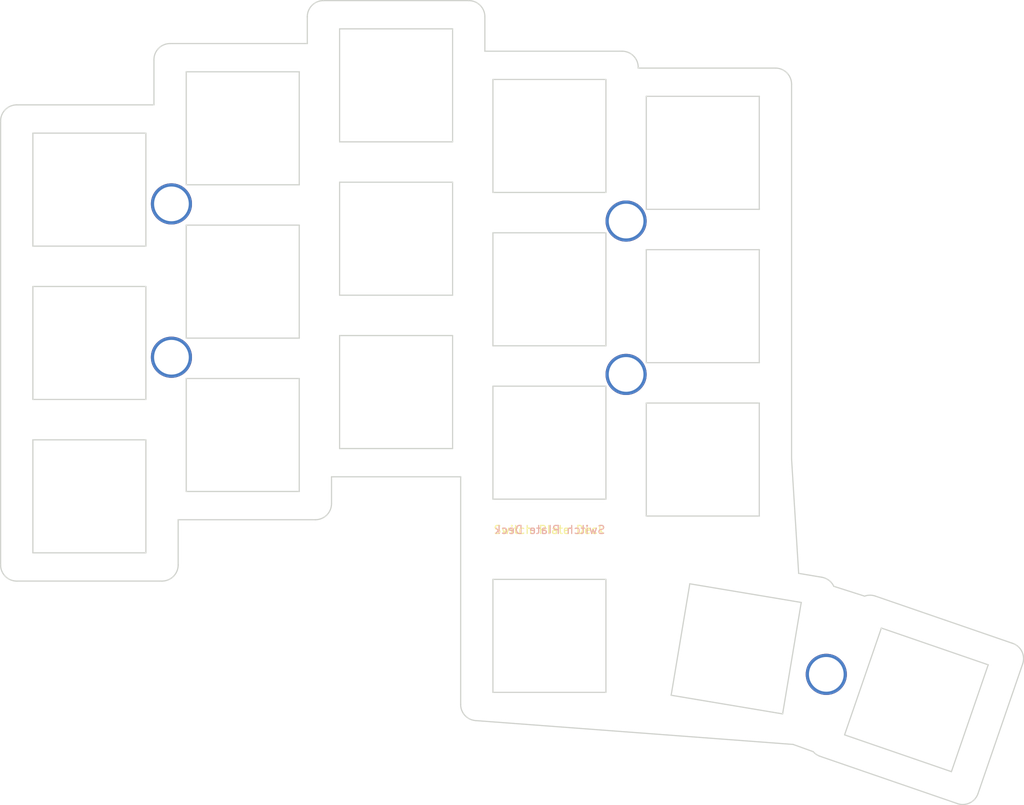
<source format=kicad_pcb>


(kicad_pcb (version 20171130) (host pcbnew 5.1.6)

  (page A3)
  (title_block
    (title "plate")
    (rev "0.0.1")
    (company "Souju")
  )

  (general
    (thickness 1.6)
  )

  (layers
    (0 F.Cu signal)
    (31 B.Cu signal)
    (32 B.Adhes user)
    (33 F.Adhes user)
    (34 B.Paste user)
    (35 F.Paste user)
    (36 B.SilkS user)
    (37 F.SilkS user)
    (38 B.Mask user)
    (39 F.Mask user)
    (40 Dwgs.User user)
    (41 Cmts.User user)
    (42 Eco1.User user)
    (43 Eco2.User user)
    (44 Edge.Cuts user)
    (45 Margin user)
    (46 B.CrtYd user)
    (47 F.CrtYd user)
    (48 B.Fab user)
    (49 F.Fab user)
  )

  (setup
    (last_trace_width 0.25)
    (trace_clearance 0.2)
    (zone_clearance 0.508)
    (zone_45_only no)
    (trace_min 0.2)
    (via_size 0.8)
    (via_drill 0.4)
    (via_min_size 0.4)
    (via_min_drill 0.3)
    (uvia_size 0.3)
    (uvia_drill 0.1)
    (uvias_allowed no)
    (uvia_min_size 0.2)
    (uvia_min_drill 0.1)
    (edge_width 0.05)
    (segment_width 0.2)
    (pcb_text_width 0.3)
    (pcb_text_size 1.5 1.5)
    (mod_edge_width 0.12)
    (mod_text_size 1 1)
    (mod_text_width 0.15)
    (pad_size 1.524 1.524)
    (pad_drill 0.762)
    (pad_to_mask_clearance 0.05)
    (aux_axis_origin 0 0)
    (visible_elements FFFFFF7F)
    (pcbplotparams
      (layerselection 0x010fc_ffffffff)
      (usegerberextensions false)
      (usegerberattributes true)
      (usegerberadvancedattributes true)
      (creategerberjobfile true)
      (excludeedgelayer true)
      (linewidth 0.100000)
      (plotframeref false)
      (viasonmask false)
      (mode 1)
      (useauxorigin false)
      (hpglpennumber 1)
      (hpglpenspeed 20)
      (hpglpendiameter 15.000000)
      (psnegative false)
      (psa4output false)
      (plotreference true)
      (plotvalue true)
      (plotinvisibletext false)
      (padsonsilk false)
      (subtractmaskfromsilk false)
      (outputformat 1)
      (mirror false)
      (drillshape 1)
      (scaleselection 1)
      (outputdirectory ""))
  )

  (net 0 "")

  (net_class Default "This is the default net class."
    (clearance 0.2)
    (trace_width 0.25)
    (via_dia 0.8)
    (via_drill 0.4)
    (uvia_dia 0.3)
    (uvia_drill 0.1)
    (add_net "")
  )

  
            (module mounting_hole (layer F.Cu) (tedit 64B5A986)
                (at 10.166666666666666 -36.23333333333333 0)
                (fp_text reference "H1" (at 0 3) (layer F.SilkS) hide
                    (effects (font (size 1 1) (thickness 0.15)))
                )
        
                (pad "" thru_hole circle (at 0 0 180) (size 5.1 5.1) (drill 4.3) (layers *.Cu *.Mask))
        
                (fp_circle (center 0 0) (end -2.8 0) (layer F.CrtYd) (width 0.05))
                (fp_circle (center 0 0) (end -2.8 0) (layer B.CrtYd) (width 0.05))
        
            )
        

            (module mounting_hole (layer F.Cu) (tedit 64B5A986)
                (at 10.166666666666666 -17.233333333333334 0)
                (fp_text reference "H2" (at 0 3) (layer F.SilkS) hide
                    (effects (font (size 1 1) (thickness 0.15)))
                )
        
                (pad "" thru_hole circle (at 0 0 180) (size 5.1 5.1) (drill 4.3) (layers *.Cu *.Mask))
        
                (fp_circle (center 0 0) (end -2.8 0) (layer F.CrtYd) (width 0.05))
                (fp_circle (center 0 0) (end -2.8 0) (layer B.CrtYd) (width 0.05))
        
            )
        

            (module mounting_hole (layer F.Cu) (tedit 64B5A986)
                (at 66.5 -34.105 0)
                (fp_text reference "H3" (at 0 3) (layer F.SilkS) hide
                    (effects (font (size 1 1) (thickness 0.15)))
                )
        
                (pad "" thru_hole circle (at 0 0 180) (size 5.1 5.1) (drill 4.3) (layers *.Cu *.Mask))
        
                (fp_circle (center 0 0) (end -2.8 0) (layer F.CrtYd) (width 0.05))
                (fp_circle (center 0 0) (end -2.8 0) (layer B.CrtYd) (width 0.05))
        
            )
        

            (module mounting_hole (layer F.Cu) (tedit 64B5A986)
                (at 66.5 -15.105 0)
                (fp_text reference "H4" (at 0 3) (layer F.SilkS) hide
                    (effects (font (size 1 1) (thickness 0.15)))
                )
        
                (pad "" thru_hole circle (at 0 0 180) (size 5.1 5.1) (drill 4.3) (layers *.Cu *.Mask))
        
                (fp_circle (center 0 0) (end -2.8 0) (layer F.CrtYd) (width 0.05))
                (fp_circle (center 0 0) (end -2.8 0) (layer B.CrtYd) (width 0.05))
        
            )
        

            (module mounting_hole (layer F.Cu) (tedit 64B5A986)
                (at 91.30266715 22.056630200000004 -14.25)
                (fp_text reference "H5" (at 0 3) (layer F.SilkS) hide
                    (effects (font (size 1 1) (thickness 0.15)))
                )
        
                (pad "" thru_hole circle (at 0 0 180) (size 5.1 5.1) (drill 4.3) (layers *.Cu *.Mask))
        
                (fp_circle (center 0 0) (end -2.8 0) (layer F.CrtYd) (width 0.05))
                (fp_circle (center 0 0) (end -2.8 0) (layer B.CrtYd) (width 0.05))
        
            )
        

            (gr_text "Switch Plate Deck" (at 50 4.15 0) (layer F.SilkS)
                (effects (font (size 1 1) (thickness 0.15) ) (justify left))
            )
        

            (gr_text "Switch Plate Deck" (at 64 4.15 0) (layer B.SilkS)
                (effects (font (size 1 1) (thickness 0.15) ) (justify left mirror))
            )
        
  (gr_line (start -9 10.5) (end 9 10.5) (angle 90) (layer Edge.Cuts) (width 0.15))
(gr_arc (start 9 8.5) (end 9 10.5) (angle -90) (layer Edge.Cuts) (width 0.15))
(gr_line (start 11 8.5) (end 11 2.9000000000000004) (angle 90) (layer Edge.Cuts) (width 0.15))
(gr_line (start 11 2.9000000000000004) (end 28 2.9000000000000004) (angle 90) (layer Edge.Cuts) (width 0.15))
(gr_arc (start 28 0.9000000000000004) (end 28 2.9000000000000004) (angle -90) (layer Edge.Cuts) (width 0.15))
(gr_line (start 30 0.9000000000000004) (end 30 -2.42) (angle 90) (layer Edge.Cuts) (width 0.15))
(gr_line (start 30 -2.42) (end 46 -2.42) (angle 90) (layer Edge.Cuts) (width 0.15))
(gr_line (start 46 25.790000000000003) (end 46 -2.42) (angle 90) (layer Edge.Cuts) (width 0.15))
(gr_arc (start 48 25.790000000000003) (end 46 25.790000000000003) (angle -85.70385395159991) (layer Edge.Cuts) (width 0.15))
(gr_line (start 47.8501767 27.784380300000002) (end 87.1923134443794 30.73986926471415) (angle 90) (layer Edge.Cuts) (width 0.15))
(gr_line (start 87.1923134443794 30.739869264714148) (end 89.67921080000002 31.635584400000003) (angle 90) (layer Edge.Cuts) (width 0.15))
(gr_arc (start 91.18823890000002 30.323016600000003) (end 89.67921080000002 31.635584400000003) (angle -29.982926315747477) (layer Edge.Cuts) (width 0.15))
(gr_line (start 90.53710260000001 32.2140538) (end 107.55643700000002 38.0742806) (angle 90) (layer Edge.Cuts) (width 0.15))
(gr_arc (start 108.20757330000002 36.1832434) (end 107.55643700000002 38.0742806) (angle -90.00000071549414) (layer Edge.Cuts) (width 0.15))
(gr_line (start 110.0986105 36.8343797) (end 115.6332691 20.7605639) (angle 90) (layer Edge.Cuts) (width 0.15))
(gr_arc (start 113.74223190000001 20.109427600000004) (end 115.6332691 20.760563900000005) (angle -90.00000059824595) (layer Edge.Cuts) (width 0.15))
(gr_line (start 114.39336820000001 18.218390400000004) (end 97.3740338 12.358163600000005) (angle 90) (layer Edge.Cuts) (width 0.15))
(gr_arc (start 96.7228975 14.249200800000004) (end 97.3740338 12.358163600000005) (angle -38.76183385578213) (layer Edge.Cuts) (width 0.15))
(gr_line (start 96.0466753 12.366988400000004) (end 92.2303910506555 11.14995626852351) (angle 90) (layer Edge.Cuts) (width 0.15))
(gr_arc (start 90.4195739506555 11.99903906852351) (end 92.2303910506555 11.14995626852351) (angle -55.37836036523754) (layer Edge.Cuts) (width 0.15))
(gr_line (start 90.7496692 10.026467900000004) (end 87.87902652486697 9.546087081311901) (angle 90) (layer Edge.Cuts) (width 0.15))
(gr_line (start 87.87902652486697 9.546087081311953) (end 87 -4.621983636517598) (angle 90) (layer Edge.Cuts) (width 0.15))
(gr_line (start 87 -4.621983636517598) (end 87 -51.06) (angle 90) (layer Edge.Cuts) (width 0.15))
(gr_arc (start 85 -51.06) (end 87 -51.06) (angle -90) (layer Edge.Cuts) (width 0.15))
(gr_line (start 68 -53.06) (end 85 -53.06) (angle 90) (layer Edge.Cuts) (width 0.15))
(gr_line (start 68 -53.06) (end 68 -53.150000000000006) (angle 90) (layer Edge.Cuts) (width 0.15))
(gr_arc (start 66 -53.150000000000006) (end 68 -53.150000000000006) (angle -90) (layer Edge.Cuts) (width 0.15))
(gr_line (start 49 -55.15) (end 66 -55.15) (angle 90) (layer Edge.Cuts) (width 0.15))
(gr_line (start 49 -55.15) (end 49 -59.42) (angle 90) (layer Edge.Cuts) (width 0.15))
(gr_arc (start 47 -59.42) (end 49 -59.42) (angle -90) (layer Edge.Cuts) (width 0.15))
(gr_line (start 47 -61.42) (end 29 -61.42) (angle 90) (layer Edge.Cuts) (width 0.15))
(gr_arc (start 29 -59.42) (end 29 -61.42) (angle -90) (layer Edge.Cuts) (width 0.15))
(gr_line (start 27 -59.42) (end 27 -56.1) (angle 90) (layer Edge.Cuts) (width 0.15))
(gr_line (start 10 -56.1) (end 27 -56.1) (angle 90) (layer Edge.Cuts) (width 0.15))
(gr_arc (start 10 -54.1) (end 10 -56.1) (angle -90) (layer Edge.Cuts) (width 0.15))
(gr_line (start 8 -54.1) (end 8 -48.5) (angle 90) (layer Edge.Cuts) (width 0.15))
(gr_line (start -9 -48.5) (end 8 -48.5) (angle 90) (layer Edge.Cuts) (width 0.15))
(gr_arc (start -9 -46.5) (end -9 -48.5) (angle -90) (layer Edge.Cuts) (width 0.15))
(gr_line (start -11 8.5) (end -11 -46.5) (angle 90) (layer Edge.Cuts) (width 0.15))
(gr_arc (start -9 8.5) (end -11 8.5) (angle -90) (layer Edge.Cuts) (width 0.15))
(gr_line (start -7 7) (end 7 7) (angle 90) (layer Edge.Cuts) (width 0.15))
(gr_line (start 7 7) (end 7 -7) (angle 90) (layer Edge.Cuts) (width 0.15))
(gr_line (start 7 -7) (end -7 -7) (angle 90) (layer Edge.Cuts) (width 0.15))
(gr_line (start -7 -7) (end -7 7) (angle 90) (layer Edge.Cuts) (width 0.15))
(gr_line (start -7 -12) (end 7 -12) (angle 90) (layer Edge.Cuts) (width 0.15))
(gr_line (start 7 -12) (end 7 -26) (angle 90) (layer Edge.Cuts) (width 0.15))
(gr_line (start 7 -26) (end -7 -26) (angle 90) (layer Edge.Cuts) (width 0.15))
(gr_line (start -7 -26) (end -7 -12) (angle 90) (layer Edge.Cuts) (width 0.15))
(gr_line (start -7 -31) (end 7 -31) (angle 90) (layer Edge.Cuts) (width 0.15))
(gr_line (start 7 -31) (end 7 -45) (angle 90) (layer Edge.Cuts) (width 0.15))
(gr_line (start 7 -45) (end -7 -45) (angle 90) (layer Edge.Cuts) (width 0.15))
(gr_line (start -7 -45) (end -7 -31) (angle 90) (layer Edge.Cuts) (width 0.15))
(gr_line (start 12 -0.5999999999999996) (end 26 -0.5999999999999996) (angle 90) (layer Edge.Cuts) (width 0.15))
(gr_line (start 26 -0.5999999999999996) (end 26 -14.6) (angle 90) (layer Edge.Cuts) (width 0.15))
(gr_line (start 26 -14.6) (end 12 -14.6) (angle 90) (layer Edge.Cuts) (width 0.15))
(gr_line (start 12 -14.6) (end 12 -0.5999999999999996) (angle 90) (layer Edge.Cuts) (width 0.15))
(gr_line (start 12 -19.6) (end 26 -19.6) (angle 90) (layer Edge.Cuts) (width 0.15))
(gr_line (start 26 -19.6) (end 26 -33.6) (angle 90) (layer Edge.Cuts) (width 0.15))
(gr_line (start 26 -33.6) (end 12 -33.6) (angle 90) (layer Edge.Cuts) (width 0.15))
(gr_line (start 12 -33.6) (end 12 -19.6) (angle 90) (layer Edge.Cuts) (width 0.15))
(gr_line (start 12 -38.6) (end 26 -38.6) (angle 90) (layer Edge.Cuts) (width 0.15))
(gr_line (start 26 -38.6) (end 26 -52.6) (angle 90) (layer Edge.Cuts) (width 0.15))
(gr_line (start 26 -52.6) (end 12 -52.6) (angle 90) (layer Edge.Cuts) (width 0.15))
(gr_line (start 12 -52.6) (end 12 -38.6) (angle 90) (layer Edge.Cuts) (width 0.15))
(gr_line (start 31 -5.92) (end 45 -5.92) (angle 90) (layer Edge.Cuts) (width 0.15))
(gr_line (start 45 -5.92) (end 45 -19.92) (angle 90) (layer Edge.Cuts) (width 0.15))
(gr_line (start 45 -19.92) (end 31 -19.92) (angle 90) (layer Edge.Cuts) (width 0.15))
(gr_line (start 31 -19.92) (end 31 -5.92) (angle 90) (layer Edge.Cuts) (width 0.15))
(gr_line (start 31 -24.92) (end 45 -24.92) (angle 90) (layer Edge.Cuts) (width 0.15))
(gr_line (start 45 -24.92) (end 45 -38.92) (angle 90) (layer Edge.Cuts) (width 0.15))
(gr_line (start 45 -38.92) (end 31 -38.92) (angle 90) (layer Edge.Cuts) (width 0.15))
(gr_line (start 31 -38.92) (end 31 -24.92) (angle 90) (layer Edge.Cuts) (width 0.15))
(gr_line (start 31 -43.92) (end 45 -43.92) (angle 90) (layer Edge.Cuts) (width 0.15))
(gr_line (start 45 -43.92) (end 45 -57.92) (angle 90) (layer Edge.Cuts) (width 0.15))
(gr_line (start 45 -57.92) (end 31 -57.92) (angle 90) (layer Edge.Cuts) (width 0.15))
(gr_line (start 31 -57.92) (end 31 -43.92) (angle 90) (layer Edge.Cuts) (width 0.15))
(gr_line (start 50 0.34999999999999964) (end 64 0.34999999999999964) (angle 90) (layer Edge.Cuts) (width 0.15))
(gr_line (start 64 0.34999999999999964) (end 64 -13.65) (angle 90) (layer Edge.Cuts) (width 0.15))
(gr_line (start 64 -13.65) (end 50 -13.65) (angle 90) (layer Edge.Cuts) (width 0.15))
(gr_line (start 50 -13.65) (end 50 0.34999999999999964) (angle 90) (layer Edge.Cuts) (width 0.15))
(gr_line (start 50 -18.65) (end 64 -18.65) (angle 90) (layer Edge.Cuts) (width 0.15))
(gr_line (start 64 -18.65) (end 64 -32.65) (angle 90) (layer Edge.Cuts) (width 0.15))
(gr_line (start 64 -32.65) (end 50 -32.65) (angle 90) (layer Edge.Cuts) (width 0.15))
(gr_line (start 50 -32.65) (end 50 -18.65) (angle 90) (layer Edge.Cuts) (width 0.15))
(gr_line (start 50 -37.65) (end 64 -37.65) (angle 90) (layer Edge.Cuts) (width 0.15))
(gr_line (start 64 -37.65) (end 64 -51.65) (angle 90) (layer Edge.Cuts) (width 0.15))
(gr_line (start 64 -51.65) (end 50 -51.65) (angle 90) (layer Edge.Cuts) (width 0.15))
(gr_line (start 50 -51.65) (end 50 -37.65) (angle 90) (layer Edge.Cuts) (width 0.15))
(gr_line (start 69 2.4400000000000004) (end 83 2.4400000000000004) (angle 90) (layer Edge.Cuts) (width 0.15))
(gr_line (start 83 2.4400000000000004) (end 83 -11.559999999999999) (angle 90) (layer Edge.Cuts) (width 0.15))
(gr_line (start 83 -11.559999999999999) (end 69 -11.559999999999999) (angle 90) (layer Edge.Cuts) (width 0.15))
(gr_line (start 69 -11.559999999999999) (end 69 2.4400000000000004) (angle 90) (layer Edge.Cuts) (width 0.15))
(gr_line (start 69 -16.56) (end 83 -16.56) (angle 90) (layer Edge.Cuts) (width 0.15))
(gr_line (start 83 -16.56) (end 83 -30.56) (angle 90) (layer Edge.Cuts) (width 0.15))
(gr_line (start 83 -30.56) (end 69 -30.56) (angle 90) (layer Edge.Cuts) (width 0.15))
(gr_line (start 69 -30.56) (end 69 -16.56) (angle 90) (layer Edge.Cuts) (width 0.15))
(gr_line (start 69 -35.56) (end 83 -35.56) (angle 90) (layer Edge.Cuts) (width 0.15))
(gr_line (start 83 -35.56) (end 83 -49.56) (angle 90) (layer Edge.Cuts) (width 0.15))
(gr_line (start 83 -49.56) (end 69 -49.56) (angle 90) (layer Edge.Cuts) (width 0.15))
(gr_line (start 69 -49.56) (end 69 -35.56) (angle 90) (layer Edge.Cuts) (width 0.15))
(gr_line (start 50 24.290000000000003) (end 64 24.290000000000003) (angle 90) (layer Edge.Cuts) (width 0.15))
(gr_line (start 64 24.290000000000003) (end 64 10.290000000000003) (angle 90) (layer Edge.Cuts) (width 0.15))
(gr_line (start 64 10.290000000000003) (end 50 10.290000000000003) (angle 90) (layer Edge.Cuts) (width 0.15))
(gr_line (start 50 10.290000000000003) (end 50 24.290000000000003) (angle 90) (layer Edge.Cuts) (width 0.15))
(gr_line (start 72.0807664 24.645704300000006) (end 85.8887649 26.956370800000006) (angle 90) (layer Edge.Cuts) (width 0.15))
(gr_line (start 85.8887649 26.956370800000006) (end 88.1994314 13.148372300000005) (angle 90) (layer Edge.Cuts) (width 0.15))
(gr_line (start 88.1994314 13.148372300000005) (end 74.3914329 10.837705800000005) (angle 90) (layer Edge.Cuts) (width 0.15))
(gr_line (start 74.3914329 10.837705800000005) (end 72.0807664 24.645704300000006) (angle 90) (layer Edge.Cuts) (width 0.15))
(gr_line (start 93.56762830000001 29.555875000000004) (end 106.80488830000002 34.113829200000005) (angle 90) (layer Edge.Cuts) (width 0.15))
(gr_line (start 106.80488830000002 34.113829200000005) (end 111.36284250000001 20.876569200000002) (angle 90) (layer Edge.Cuts) (width 0.15))
(gr_line (start 111.36284250000001 20.876569200000002) (end 98.12558250000001 16.318615) (angle 90) (layer Edge.Cuts) (width 0.15))
(gr_line (start 98.12558250000001 16.318615) (end 93.56762830000001 29.555875000000004) (angle 90) (layer Edge.Cuts) (width 0.15))

)


</source>
